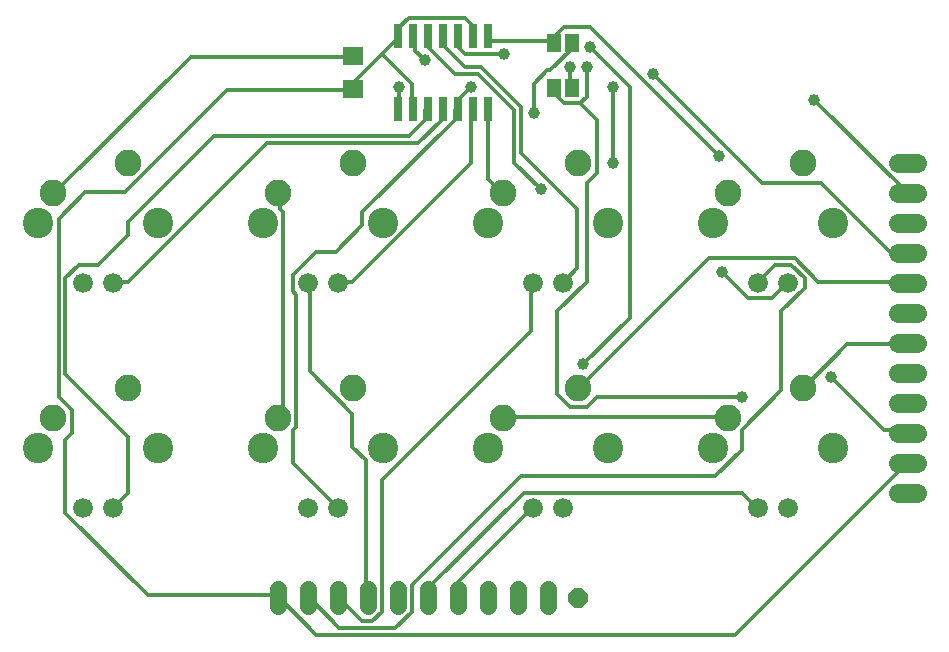
<source format=gtl>
G75*
%MOIN*%
%OFA0B0*%
%FSLAX24Y24*%
%IPPOS*%
%LPD*%
%AMOC8*
5,1,8,0,0,1.08239X$1,22.5*
%
%ADD10C,0.0886*%
%ADD11C,0.1012*%
%ADD12C,0.0660*%
%ADD13C,0.0640*%
%ADD14C,0.0560*%
%ADD15OC8,0.0640*%
%ADD16R,0.0260X0.0800*%
%ADD17R,0.0460X0.0630*%
%ADD18R,0.0709X0.0630*%
%ADD19C,0.0120*%
%ADD20C,0.0390*%
D10*
X002680Y008680D03*
X005180Y009680D03*
X010180Y008680D03*
X012680Y009680D03*
X017680Y008680D03*
X020180Y009680D03*
X025180Y008680D03*
X027680Y009680D03*
X025180Y016180D03*
X027680Y017180D03*
X020180Y017180D03*
X017680Y016180D03*
X012680Y017180D03*
X010180Y016180D03*
X005180Y017180D03*
X002680Y016180D03*
D11*
X002180Y015180D03*
X006180Y015180D03*
X009680Y015180D03*
X013680Y015180D03*
X017180Y015180D03*
X021180Y015180D03*
X024680Y015180D03*
X028680Y015180D03*
X028680Y007680D03*
X024680Y007680D03*
X021180Y007680D03*
X017180Y007680D03*
X013680Y007680D03*
X009680Y007680D03*
X006180Y007680D03*
X002180Y007680D03*
D12*
X003680Y005680D03*
X004680Y005680D03*
X011180Y005680D03*
X012180Y005680D03*
X018680Y005680D03*
X019680Y005680D03*
X026180Y005680D03*
X027180Y005680D03*
X027180Y013180D03*
X026180Y013180D03*
X019680Y013180D03*
X018680Y013180D03*
X012180Y013180D03*
X011180Y013180D03*
X004680Y013180D03*
X003680Y013180D03*
D13*
X030860Y013180D02*
X031500Y013180D01*
X031500Y012180D02*
X030860Y012180D01*
X030860Y011180D02*
X031500Y011180D01*
X031500Y010180D02*
X030860Y010180D01*
X030860Y009180D02*
X031500Y009180D01*
X031500Y008180D02*
X030860Y008180D01*
X030860Y007180D02*
X031500Y007180D01*
X031500Y006180D02*
X030860Y006180D01*
X030860Y014180D02*
X031500Y014180D01*
X031500Y015180D02*
X030860Y015180D01*
X030860Y016180D02*
X031500Y016180D01*
X031500Y017180D02*
X030860Y017180D01*
D14*
X019180Y002960D02*
X019180Y002400D01*
X018180Y002400D02*
X018180Y002960D01*
X017180Y002960D02*
X017180Y002400D01*
X016180Y002400D02*
X016180Y002960D01*
X015180Y002960D02*
X015180Y002400D01*
X014180Y002400D02*
X014180Y002960D01*
X013180Y002960D02*
X013180Y002400D01*
X012180Y002400D02*
X012180Y002960D01*
X011180Y002960D02*
X011180Y002400D01*
X010180Y002400D02*
X010180Y002960D01*
D15*
X020180Y002680D03*
D16*
X017180Y018970D03*
X016680Y018970D03*
X016180Y018970D03*
X015680Y018970D03*
X015180Y018970D03*
X014680Y018970D03*
X014180Y018970D03*
X014180Y021390D03*
X014680Y021390D03*
X015180Y021390D03*
X015680Y021390D03*
X016180Y021390D03*
X016680Y021390D03*
X017180Y021390D03*
D17*
X019380Y021180D03*
X019980Y021180D03*
X019980Y019680D03*
X019380Y019680D03*
D18*
X012680Y019629D03*
X012680Y020731D03*
D19*
X003100Y005520D02*
X005850Y002770D01*
X010140Y002770D01*
X010180Y002680D01*
X010250Y002660D01*
X011460Y001450D01*
X025430Y001450D01*
X031150Y007170D01*
X031180Y007180D01*
X031180Y008180D02*
X031150Y008270D01*
X030380Y008270D01*
X028620Y010030D01*
X027740Y009700D02*
X027680Y009680D01*
X027740Y009700D02*
X029170Y011130D01*
X031150Y011130D01*
X031180Y011180D01*
X031180Y013180D02*
X031150Y013220D01*
X028180Y013220D01*
X027410Y013990D01*
X024550Y013990D01*
X020260Y009700D01*
X020180Y009680D01*
X019930Y009040D02*
X019490Y009480D01*
X019490Y012230D01*
X020480Y013220D01*
X020480Y016520D01*
X020810Y016850D01*
X020810Y018610D01*
X020260Y019160D01*
X020480Y019380D01*
X020480Y020370D01*
X019930Y020370D02*
X019930Y019710D01*
X019980Y019680D01*
X019710Y019160D02*
X020260Y019160D01*
X019710Y019160D02*
X019380Y019490D01*
X019380Y019680D01*
X019270Y020260D02*
X019160Y020260D01*
X018720Y019820D01*
X018720Y018830D01*
X018280Y019050D02*
X018280Y017510D01*
X020150Y015640D01*
X020150Y013660D01*
X019710Y013220D01*
X019680Y013180D01*
X018680Y013180D02*
X018610Y013110D01*
X018610Y011570D01*
X013660Y006620D01*
X013660Y002220D01*
X013330Y001890D01*
X013000Y001890D01*
X012230Y002660D01*
X012180Y002680D01*
X013110Y002770D02*
X013180Y002680D01*
X013110Y002770D02*
X013110Y007280D01*
X012670Y007720D01*
X012670Y008820D01*
X011240Y010250D01*
X011240Y013110D01*
X011180Y013180D01*
X010800Y012780D02*
X010690Y012890D01*
X010690Y013440D01*
X011460Y014210D01*
X012120Y014210D01*
X013000Y015090D01*
X013000Y015530D01*
X016080Y018610D01*
X016080Y018940D01*
X016180Y018970D01*
X016190Y019050D01*
X016190Y019270D01*
X016630Y019710D01*
X016850Y020150D02*
X016080Y020150D01*
X015200Y021030D01*
X015200Y021360D01*
X015180Y021390D01*
X015680Y021390D02*
X015750Y021360D01*
X015750Y021030D01*
X016410Y020370D01*
X016960Y020370D01*
X018280Y019050D01*
X018060Y018940D02*
X018060Y017180D01*
X018940Y016300D01*
X017680Y016180D02*
X017620Y016190D01*
X017180Y016630D01*
X017180Y018970D01*
X016680Y018970D02*
X016630Y018940D01*
X016630Y017180D01*
X012670Y013220D01*
X012230Y013220D01*
X012180Y013180D01*
X010800Y012780D02*
X010800Y008380D01*
X010690Y008270D01*
X010690Y007170D01*
X012180Y005680D01*
X014650Y003100D02*
X018280Y006730D01*
X024770Y006730D01*
X025650Y007610D01*
X025650Y008270D01*
X026970Y009590D01*
X026970Y012230D01*
X027740Y013000D01*
X027740Y013330D01*
X027300Y013770D01*
X026750Y013770D01*
X026200Y013220D01*
X026180Y013180D01*
X025870Y012670D02*
X026640Y012670D01*
X027080Y013110D01*
X027180Y013180D01*
X025870Y012670D02*
X024990Y013550D01*
X021910Y012010D02*
X020370Y010470D01*
X020810Y009370D02*
X020480Y009040D01*
X019930Y009040D01*
X020810Y009370D02*
X025650Y009370D01*
X025180Y008680D02*
X025100Y008710D01*
X017730Y008710D01*
X017680Y008680D01*
X018390Y006180D02*
X025650Y006180D01*
X026090Y005740D01*
X026180Y005680D01*
X018680Y005680D02*
X018610Y005630D01*
X016190Y003210D01*
X016190Y002770D01*
X016180Y002680D01*
X015200Y002770D02*
X015180Y002680D01*
X015200Y002770D02*
X015200Y002990D01*
X018390Y006180D01*
X014650Y003100D02*
X014650Y002220D01*
X014100Y001670D01*
X012230Y001670D01*
X011240Y002660D01*
X011180Y002680D01*
X005190Y006180D02*
X004750Y005740D01*
X004680Y005680D01*
X005190Y006180D02*
X005190Y008050D01*
X003100Y010140D01*
X003100Y013330D01*
X003540Y013770D01*
X004200Y013770D01*
X005190Y014760D01*
X005190Y015200D01*
X008050Y018060D01*
X014540Y018060D01*
X015090Y018610D01*
X015090Y018940D01*
X015180Y018970D01*
X015640Y018940D02*
X015680Y018970D01*
X015640Y018940D02*
X015640Y018610D01*
X014870Y017840D01*
X009810Y017840D01*
X005190Y013220D01*
X004750Y013220D01*
X004680Y013180D01*
X002880Y015310D02*
X002880Y009370D01*
X003320Y008930D01*
X003320Y008160D01*
X003100Y007940D01*
X003100Y005520D01*
X010180Y008680D02*
X010250Y008710D01*
X010360Y008820D01*
X010360Y015530D01*
X010250Y015640D01*
X010250Y016080D01*
X010180Y016180D01*
X014180Y018970D02*
X014210Y019050D01*
X014210Y019710D01*
X014650Y019820D02*
X013660Y020810D01*
X012780Y019930D01*
X012780Y019710D01*
X012680Y019629D01*
X012670Y019600D01*
X008490Y019600D01*
X005080Y016190D01*
X003760Y016190D01*
X002880Y015310D01*
X002770Y016190D02*
X002680Y016180D01*
X002770Y016190D02*
X007280Y020700D01*
X012670Y020700D01*
X012680Y020731D01*
X013660Y020810D02*
X014210Y021360D01*
X014180Y021390D01*
X014210Y021470D01*
X014210Y021690D01*
X014540Y022020D01*
X016410Y022020D01*
X016630Y021800D01*
X016630Y021470D01*
X016680Y021390D01*
X016190Y021360D02*
X016190Y021030D01*
X016410Y020810D01*
X017730Y020810D01*
X017290Y021250D02*
X017180Y021360D01*
X017180Y021390D01*
X017290Y021250D02*
X019270Y021250D01*
X019380Y021180D01*
X019380Y021250D01*
X019270Y021250D01*
X019710Y021690D01*
X020590Y021690D01*
X024880Y017400D01*
X026310Y016520D02*
X022680Y020150D01*
X021910Y019710D02*
X021910Y012010D01*
X026310Y016520D02*
X028290Y016520D01*
X030600Y014210D01*
X031150Y014210D01*
X031180Y014180D01*
X031180Y016180D02*
X031150Y016190D01*
X028070Y019270D01*
X021910Y019710D02*
X020590Y021030D01*
X019980Y021180D02*
X019930Y021140D01*
X019930Y020920D01*
X019270Y020260D01*
X018060Y018940D02*
X016850Y020150D01*
X016190Y021360D02*
X016180Y021390D01*
X015090Y020590D02*
X014760Y020920D01*
X014760Y021360D01*
X014680Y021390D01*
X014650Y019820D02*
X014650Y019050D01*
X014680Y018970D01*
X021360Y019710D02*
X021360Y017180D01*
D20*
X021360Y017180D03*
X018940Y016300D03*
X018720Y018830D03*
X016630Y019710D03*
X017730Y020810D03*
X019930Y020370D03*
X020480Y020370D03*
X020590Y021030D03*
X021360Y019710D03*
X022680Y020150D03*
X024880Y017400D03*
X028070Y019270D03*
X024990Y013550D03*
X020370Y010470D03*
X025650Y009370D03*
X028620Y010030D03*
X014210Y019710D03*
X015090Y020590D03*
M02*

</source>
